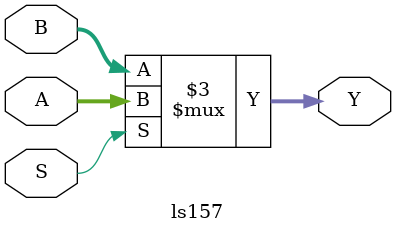
<source format=v>
module ls157(
	input S,
	input [7:0]A, 
	input [7:0]B,
	output reg [7:0]Y
);

always @(A or B or S)
begin
	if(S) Y <= A;
	else Y<= B;
end

endmodule 
</source>
